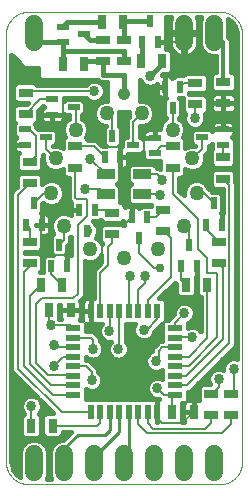
<source format=gtl>
G75*
%MOIN*%
%OFA0B0*%
%FSLAX25Y25*%
%IPPOS*%
%LPD*%
%AMOC8*
5,1,8,0,0,1.08239X$1,22.5*
%
%ADD10C,0.00000*%
%ADD11C,0.04961*%
%ADD12R,0.05000X0.02200*%
%ADD13R,0.02200X0.05000*%
%ADD14C,0.06000*%
%ADD15R,0.01969X0.03937*%
%ADD16R,0.03150X0.04724*%
%ADD17R,0.04724X0.03150*%
%ADD18R,0.03937X0.01969*%
%ADD19R,0.05906X0.03543*%
%ADD20C,0.04156*%
%ADD21C,0.01600*%
%ADD22C,0.00800*%
%ADD23C,0.03369*%
%ADD24C,0.01200*%
%ADD25C,0.01000*%
%ADD26C,0.02975*%
D10*
X0001800Y0009513D02*
X0001800Y0151994D01*
X0001802Y0152175D01*
X0001809Y0152356D01*
X0001820Y0152537D01*
X0001835Y0152718D01*
X0001855Y0152898D01*
X0001879Y0153078D01*
X0001907Y0153257D01*
X0001940Y0153435D01*
X0001977Y0153612D01*
X0002018Y0153789D01*
X0002063Y0153964D01*
X0002113Y0154139D01*
X0002167Y0154312D01*
X0002225Y0154483D01*
X0002287Y0154654D01*
X0002354Y0154822D01*
X0002424Y0154989D01*
X0002498Y0155155D01*
X0002577Y0155318D01*
X0002659Y0155479D01*
X0002745Y0155639D01*
X0002835Y0155796D01*
X0002929Y0155951D01*
X0003026Y0156104D01*
X0003128Y0156254D01*
X0003232Y0156402D01*
X0003341Y0156548D01*
X0003452Y0156690D01*
X0003568Y0156830D01*
X0003686Y0156967D01*
X0003808Y0157102D01*
X0003933Y0157233D01*
X0004061Y0157361D01*
X0004192Y0157486D01*
X0004327Y0157608D01*
X0004464Y0157726D01*
X0004604Y0157842D01*
X0004746Y0157953D01*
X0004892Y0158062D01*
X0005040Y0158166D01*
X0005190Y0158268D01*
X0005343Y0158365D01*
X0005498Y0158459D01*
X0005655Y0158549D01*
X0005815Y0158635D01*
X0005976Y0158717D01*
X0006139Y0158796D01*
X0006305Y0158870D01*
X0006472Y0158940D01*
X0006640Y0159007D01*
X0006811Y0159069D01*
X0006982Y0159127D01*
X0007155Y0159181D01*
X0007330Y0159231D01*
X0007505Y0159276D01*
X0007682Y0159317D01*
X0007859Y0159354D01*
X0008037Y0159387D01*
X0008216Y0159415D01*
X0008396Y0159439D01*
X0008576Y0159459D01*
X0008757Y0159474D01*
X0008938Y0159485D01*
X0009119Y0159492D01*
X0009300Y0159494D01*
X0073040Y0159494D01*
X0073221Y0159492D01*
X0073402Y0159485D01*
X0073583Y0159474D01*
X0073764Y0159459D01*
X0073944Y0159439D01*
X0074124Y0159415D01*
X0074303Y0159387D01*
X0074481Y0159354D01*
X0074658Y0159317D01*
X0074835Y0159276D01*
X0075010Y0159231D01*
X0075185Y0159181D01*
X0075358Y0159127D01*
X0075529Y0159069D01*
X0075700Y0159007D01*
X0075868Y0158940D01*
X0076035Y0158870D01*
X0076201Y0158796D01*
X0076364Y0158717D01*
X0076525Y0158635D01*
X0076685Y0158549D01*
X0076842Y0158459D01*
X0076997Y0158365D01*
X0077150Y0158268D01*
X0077300Y0158166D01*
X0077448Y0158062D01*
X0077594Y0157953D01*
X0077736Y0157842D01*
X0077876Y0157726D01*
X0078013Y0157608D01*
X0078148Y0157486D01*
X0078279Y0157361D01*
X0078407Y0157233D01*
X0078532Y0157102D01*
X0078654Y0156967D01*
X0078772Y0156830D01*
X0078888Y0156690D01*
X0078999Y0156548D01*
X0079108Y0156402D01*
X0079212Y0156254D01*
X0079314Y0156104D01*
X0079411Y0155951D01*
X0079505Y0155796D01*
X0079595Y0155639D01*
X0079681Y0155479D01*
X0079763Y0155318D01*
X0079842Y0155155D01*
X0079916Y0154989D01*
X0079986Y0154822D01*
X0080053Y0154654D01*
X0080115Y0154483D01*
X0080173Y0154312D01*
X0080227Y0154139D01*
X0080277Y0153964D01*
X0080322Y0153789D01*
X0080363Y0153612D01*
X0080400Y0153435D01*
X0080433Y0153257D01*
X0080461Y0153078D01*
X0080485Y0152898D01*
X0080505Y0152718D01*
X0080520Y0152537D01*
X0080531Y0152356D01*
X0080538Y0152175D01*
X0080540Y0151994D01*
X0080540Y0009513D01*
X0080538Y0009332D01*
X0080531Y0009151D01*
X0080520Y0008970D01*
X0080505Y0008789D01*
X0080485Y0008609D01*
X0080461Y0008429D01*
X0080433Y0008250D01*
X0080400Y0008072D01*
X0080363Y0007895D01*
X0080322Y0007718D01*
X0080277Y0007543D01*
X0080227Y0007368D01*
X0080173Y0007195D01*
X0080115Y0007024D01*
X0080053Y0006853D01*
X0079986Y0006685D01*
X0079916Y0006518D01*
X0079842Y0006352D01*
X0079763Y0006189D01*
X0079681Y0006028D01*
X0079595Y0005868D01*
X0079505Y0005711D01*
X0079411Y0005556D01*
X0079314Y0005403D01*
X0079212Y0005253D01*
X0079108Y0005105D01*
X0078999Y0004959D01*
X0078888Y0004817D01*
X0078772Y0004677D01*
X0078654Y0004540D01*
X0078532Y0004405D01*
X0078407Y0004274D01*
X0078279Y0004146D01*
X0078148Y0004021D01*
X0078013Y0003899D01*
X0077876Y0003781D01*
X0077736Y0003665D01*
X0077594Y0003554D01*
X0077448Y0003445D01*
X0077300Y0003341D01*
X0077150Y0003239D01*
X0076997Y0003142D01*
X0076842Y0003048D01*
X0076685Y0002958D01*
X0076525Y0002872D01*
X0076364Y0002790D01*
X0076201Y0002711D01*
X0076035Y0002637D01*
X0075868Y0002567D01*
X0075700Y0002500D01*
X0075529Y0002438D01*
X0075358Y0002380D01*
X0075185Y0002326D01*
X0075010Y0002276D01*
X0074835Y0002231D01*
X0074658Y0002190D01*
X0074481Y0002153D01*
X0074303Y0002120D01*
X0074124Y0002092D01*
X0073944Y0002068D01*
X0073764Y0002048D01*
X0073583Y0002033D01*
X0073402Y0002022D01*
X0073221Y0002015D01*
X0073040Y0002013D01*
X0009300Y0002013D01*
X0009119Y0002015D01*
X0008938Y0002022D01*
X0008757Y0002033D01*
X0008576Y0002048D01*
X0008396Y0002068D01*
X0008216Y0002092D01*
X0008037Y0002120D01*
X0007859Y0002153D01*
X0007682Y0002190D01*
X0007505Y0002231D01*
X0007330Y0002276D01*
X0007155Y0002326D01*
X0006982Y0002380D01*
X0006811Y0002438D01*
X0006640Y0002500D01*
X0006472Y0002567D01*
X0006305Y0002637D01*
X0006139Y0002711D01*
X0005976Y0002790D01*
X0005815Y0002872D01*
X0005655Y0002958D01*
X0005498Y0003048D01*
X0005343Y0003142D01*
X0005190Y0003239D01*
X0005040Y0003341D01*
X0004892Y0003445D01*
X0004746Y0003554D01*
X0004604Y0003665D01*
X0004464Y0003781D01*
X0004327Y0003899D01*
X0004192Y0004021D01*
X0004061Y0004146D01*
X0003933Y0004274D01*
X0003808Y0004405D01*
X0003686Y0004540D01*
X0003568Y0004677D01*
X0003452Y0004817D01*
X0003341Y0004959D01*
X0003232Y0005105D01*
X0003128Y0005253D01*
X0003026Y0005403D01*
X0002929Y0005556D01*
X0002835Y0005711D01*
X0002745Y0005868D01*
X0002659Y0006028D01*
X0002577Y0006189D01*
X0002498Y0006352D01*
X0002424Y0006518D01*
X0002354Y0006685D01*
X0002287Y0006853D01*
X0002225Y0007024D01*
X0002167Y0007195D01*
X0002113Y0007368D01*
X0002063Y0007543D01*
X0002018Y0007718D01*
X0001977Y0007895D01*
X0001940Y0008072D01*
X0001907Y0008250D01*
X0001879Y0008429D01*
X0001855Y0008609D01*
X0001835Y0008789D01*
X0001820Y0008970D01*
X0001809Y0009151D01*
X0001802Y0009332D01*
X0001800Y0009513D01*
D11*
X0029845Y0080360D03*
X0021114Y0088095D03*
X0016978Y0099001D03*
X0018384Y0110580D03*
X0025010Y0120180D03*
X0035338Y0125600D03*
X0047002Y0125600D03*
X0057330Y0120180D03*
X0063956Y0110580D03*
X0065362Y0099001D03*
X0061226Y0088095D03*
X0052495Y0080360D03*
X0041170Y0077569D03*
D12*
X0024270Y0053907D03*
X0024270Y0050757D03*
X0024270Y0047608D03*
X0024270Y0044458D03*
X0024270Y0041309D03*
X0024270Y0038159D03*
X0024270Y0035009D03*
X0024270Y0031860D03*
X0058070Y0031860D03*
X0058070Y0035009D03*
X0058070Y0038159D03*
X0058070Y0041309D03*
X0058070Y0044458D03*
X0058070Y0047608D03*
X0058070Y0050757D03*
X0058070Y0053907D03*
D13*
X0052194Y0059783D03*
X0049044Y0059783D03*
X0045894Y0059783D03*
X0042745Y0059783D03*
X0039595Y0059783D03*
X0036446Y0059783D03*
X0033296Y0059783D03*
X0030146Y0059783D03*
X0030146Y0025983D03*
X0033296Y0025983D03*
X0036446Y0025983D03*
X0039595Y0025983D03*
X0042745Y0025983D03*
X0045894Y0025983D03*
X0049044Y0025983D03*
X0052194Y0025983D03*
D14*
X0051170Y0012100D02*
X0051170Y0006100D01*
X0041170Y0006100D02*
X0041170Y0012100D01*
X0031170Y0012100D02*
X0031170Y0006100D01*
X0021170Y0006100D02*
X0021170Y0012100D01*
X0011170Y0012100D02*
X0011170Y0006100D01*
X0061170Y0006100D02*
X0061170Y0012100D01*
X0071170Y0012100D02*
X0071170Y0006100D01*
X0071170Y0149407D02*
X0071170Y0155407D01*
X0061170Y0155407D02*
X0061170Y0149407D01*
X0011170Y0149407D02*
X0011170Y0155407D01*
D15*
X0034741Y0110970D03*
X0037300Y0118057D03*
X0039859Y0110970D03*
X0031359Y0093557D03*
X0028800Y0086470D03*
X0026241Y0093557D03*
X0019517Y0081860D03*
X0022076Y0074773D03*
X0016957Y0074773D03*
X0013733Y0088553D03*
X0011174Y0095639D03*
X0008615Y0088553D03*
X0043741Y0091057D03*
X0046300Y0083970D03*
X0048859Y0091057D03*
X0060265Y0074773D03*
X0062824Y0081860D03*
X0065383Y0074773D03*
X0068607Y0088553D03*
X0071166Y0095639D03*
X0073725Y0088553D03*
X0057355Y0127470D03*
X0054796Y0134557D03*
X0059914Y0134557D03*
X0052359Y0149470D03*
X0049800Y0156557D03*
X0047241Y0149470D03*
D16*
X0046757Y0143013D03*
X0053843Y0143013D03*
X0040843Y0156013D03*
X0033757Y0156013D03*
X0027843Y0142013D03*
X0020757Y0142013D03*
X0020627Y0068521D03*
X0023343Y0060013D03*
X0016257Y0060013D03*
X0013540Y0068521D03*
X0010257Y0021513D03*
X0017343Y0021513D03*
X0057257Y0026013D03*
X0064343Y0026013D03*
X0061780Y0068506D03*
X0068867Y0068506D03*
D17*
X0072666Y0075773D03*
X0072666Y0082860D03*
X0074166Y0103832D03*
X0074166Y0110919D03*
X0074300Y0128970D03*
X0074300Y0136057D03*
X0064942Y0135801D03*
X0064942Y0128714D03*
X0057418Y0114643D03*
X0057418Y0107557D03*
X0054300Y0093557D03*
X0054300Y0086470D03*
X0037300Y0085470D03*
X0037300Y0092557D03*
X0024922Y0107557D03*
X0024922Y0114643D03*
X0034300Y0142970D03*
X0034300Y0150057D03*
X0041300Y0150057D03*
X0041300Y0142970D03*
X0009674Y0109419D03*
X0009674Y0102332D03*
X0009674Y0082860D03*
X0009674Y0075773D03*
X0008442Y0125466D03*
X0008442Y0132553D03*
X0070300Y0032057D03*
X0070300Y0024970D03*
X0076800Y0024970D03*
X0076800Y0032057D03*
D18*
X0051343Y0112454D03*
X0051343Y0117572D03*
X0044257Y0115013D03*
X0027843Y0152013D03*
X0020757Y0149454D03*
X0020757Y0154572D03*
X0017257Y0130257D03*
X0017257Y0125139D03*
X0015186Y0117687D03*
X0008099Y0120246D03*
X0008099Y0115128D03*
X0024343Y0127698D03*
X0067154Y0117687D03*
X0074241Y0120246D03*
X0074241Y0115128D03*
D19*
X0047272Y0105285D03*
X0047272Y0098592D03*
X0035068Y0098592D03*
X0035068Y0105285D03*
D20*
X0041300Y0132013D03*
D21*
X0004221Y0006926D02*
X0005269Y0005483D01*
X0006644Y0004484D01*
X0006370Y0005145D01*
X0006370Y0013055D01*
X0007101Y0014819D01*
X0008451Y0016169D01*
X0010215Y0016900D01*
X0012125Y0016900D01*
X0013889Y0016169D01*
X0015239Y0014819D01*
X0015970Y0013055D01*
X0015970Y0005145D01*
X0015418Y0003813D01*
X0016922Y0003813D01*
X0016370Y0005145D01*
X0016370Y0013055D01*
X0017101Y0014819D01*
X0018451Y0016169D01*
X0020215Y0016900D01*
X0020934Y0016900D01*
X0023347Y0019313D01*
X0020718Y0019313D01*
X0020718Y0018406D01*
X0019664Y0017351D01*
X0015023Y0017351D01*
X0013969Y0018406D01*
X0013969Y0024621D01*
X0015023Y0025676D01*
X0017527Y0025676D01*
X0013281Y0029921D01*
X0013784Y0028706D01*
X0013784Y0027320D01*
X0013254Y0026040D01*
X0012733Y0025519D01*
X0013631Y0024621D01*
X0013631Y0018406D01*
X0012577Y0017351D01*
X0007936Y0017351D01*
X0006882Y0018406D01*
X0006882Y0024621D01*
X0007823Y0025563D01*
X0007346Y0026040D01*
X0006816Y0027320D01*
X0006816Y0028706D01*
X0007346Y0029987D01*
X0008326Y0030967D01*
X0009607Y0031498D01*
X0010993Y0031498D01*
X0012208Y0030995D01*
X0003600Y0039602D01*
X0003600Y0099370D01*
X0004889Y0100658D01*
X0005512Y0101281D01*
X0005512Y0104653D01*
X0006566Y0105707D01*
X0012782Y0105707D01*
X0013836Y0104653D01*
X0013836Y0101913D01*
X0014553Y0102630D01*
X0016127Y0103281D01*
X0017829Y0103281D01*
X0019403Y0102630D01*
X0020607Y0101426D01*
X0021258Y0099853D01*
X0021258Y0098150D01*
X0020607Y0096577D01*
X0019403Y0095373D01*
X0017829Y0094721D01*
X0016127Y0094721D01*
X0014553Y0095373D01*
X0014286Y0095640D01*
X0013958Y0095312D01*
X0013958Y0092925D01*
X0013354Y0092321D01*
X0013733Y0092321D01*
X0013733Y0088553D01*
X0013733Y0088553D01*
X0013733Y0092321D01*
X0014954Y0092321D01*
X0015412Y0092199D01*
X0015823Y0091962D01*
X0016158Y0091626D01*
X0016395Y0091216D01*
X0016517Y0090758D01*
X0016517Y0088553D01*
X0013733Y0088553D01*
X0011726Y0088553D01*
X0011726Y0088553D01*
X0013733Y0088553D01*
X0013733Y0088553D01*
X0013733Y0088553D01*
X0016517Y0088553D01*
X0016517Y0086347D01*
X0016395Y0085889D01*
X0016158Y0085479D01*
X0015823Y0085144D01*
X0015412Y0084907D01*
X0014954Y0084784D01*
X0013836Y0084784D01*
X0013836Y0080539D01*
X0012782Y0079485D01*
X0008000Y0079485D01*
X0008000Y0079148D01*
X0012782Y0079148D01*
X0013836Y0078094D01*
X0013836Y0073453D01*
X0013067Y0072683D01*
X0014173Y0072683D01*
X0014173Y0077487D01*
X0015228Y0078542D01*
X0017336Y0078542D01*
X0016732Y0079146D01*
X0016732Y0084574D01*
X0017657Y0085499D01*
X0017485Y0085670D01*
X0016834Y0087243D01*
X0016834Y0088946D01*
X0017485Y0090519D01*
X0018690Y0091724D01*
X0020263Y0092375D01*
X0021966Y0092375D01*
X0023457Y0091758D01*
X0023457Y0093557D01*
X0026241Y0093557D01*
X0026241Y0093557D01*
X0023457Y0093557D01*
X0023457Y0095762D01*
X0023479Y0095845D01*
X0022722Y0096602D01*
X0022722Y0104182D01*
X0021814Y0104182D01*
X0020760Y0105236D01*
X0020760Y0106932D01*
X0019235Y0106300D01*
X0017532Y0106300D01*
X0015959Y0106952D01*
X0014755Y0108156D01*
X0014104Y0109729D01*
X0014104Y0111432D01*
X0014197Y0111656D01*
X0014000Y0111853D01*
X0014000Y0110634D01*
X0013836Y0110470D01*
X0013836Y0107098D01*
X0012782Y0106044D01*
X0006566Y0106044D01*
X0005512Y0107098D01*
X0005512Y0111739D01*
X0006116Y0112343D01*
X0005894Y0112343D01*
X0005436Y0112466D01*
X0005025Y0112703D01*
X0004690Y0113038D01*
X0004453Y0113449D01*
X0004331Y0113906D01*
X0004331Y0115127D01*
X0008099Y0115127D01*
X0008099Y0115128D01*
X0004331Y0115128D01*
X0004331Y0116349D01*
X0004453Y0116807D01*
X0004690Y0117217D01*
X0005025Y0117552D01*
X0005196Y0117651D01*
X0004331Y0118516D01*
X0004331Y0121976D01*
X0004890Y0122535D01*
X0004280Y0123146D01*
X0004280Y0127787D01*
X0005334Y0128841D01*
X0008705Y0128841D01*
X0009042Y0129178D01*
X0005334Y0129178D01*
X0004280Y0130232D01*
X0004280Y0134873D01*
X0005334Y0135928D01*
X0011550Y0135928D01*
X0012264Y0135213D01*
X0028573Y0135213D01*
X0029326Y0135967D01*
X0030607Y0136498D01*
X0031993Y0136498D01*
X0033274Y0135967D01*
X0034254Y0134987D01*
X0034784Y0133706D01*
X0034784Y0132320D01*
X0034254Y0131040D01*
X0033274Y0130060D01*
X0031993Y0129529D01*
X0030607Y0129529D01*
X0029326Y0130060D01*
X0028573Y0130813D01*
X0021025Y0130813D01*
X0021025Y0129879D01*
X0021629Y0130483D01*
X0027057Y0130483D01*
X0028112Y0129428D01*
X0028112Y0125969D01*
X0027210Y0125067D01*
X0027210Y0123901D01*
X0027434Y0123808D01*
X0028639Y0122604D01*
X0029290Y0121031D01*
X0029290Y0119328D01*
X0028639Y0117755D01*
X0028466Y0117582D01*
X0029084Y0116964D01*
X0029084Y0116843D01*
X0031979Y0116843D01*
X0033268Y0115555D01*
X0034084Y0114739D01*
X0035120Y0114739D01*
X0034516Y0115343D01*
X0034516Y0120771D01*
X0035065Y0121320D01*
X0034487Y0121320D01*
X0032914Y0121972D01*
X0031710Y0123176D01*
X0031058Y0124749D01*
X0031058Y0126452D01*
X0031710Y0128025D01*
X0032914Y0129229D01*
X0034487Y0129881D01*
X0035500Y0129881D01*
X0035500Y0135913D01*
X0033783Y0135913D01*
X0032827Y0136309D01*
X0032423Y0136713D01*
X0013554Y0136713D01*
X0012500Y0137768D01*
X0012500Y0140813D01*
X0007889Y0140813D01*
X0004389Y0144313D01*
X0003600Y0145102D01*
X0003600Y0009513D01*
X0003670Y0008622D01*
X0004221Y0006926D01*
X0004306Y0006809D02*
X0006370Y0006809D01*
X0006370Y0008407D02*
X0003740Y0008407D01*
X0003600Y0010006D02*
X0006370Y0010006D01*
X0006370Y0011604D02*
X0003600Y0011604D01*
X0003600Y0013203D02*
X0006431Y0013203D01*
X0007094Y0014801D02*
X0003600Y0014801D01*
X0003600Y0016400D02*
X0009008Y0016400D01*
X0007289Y0017998D02*
X0003600Y0017998D01*
X0003600Y0019597D02*
X0006882Y0019597D01*
X0006882Y0021196D02*
X0003600Y0021196D01*
X0003600Y0022794D02*
X0006882Y0022794D01*
X0006882Y0024393D02*
X0003600Y0024393D01*
X0003600Y0025991D02*
X0007395Y0025991D01*
X0006816Y0027590D02*
X0003600Y0027590D01*
X0003600Y0029188D02*
X0007015Y0029188D01*
X0008146Y0030787D02*
X0003600Y0030787D01*
X0003600Y0032385D02*
X0010817Y0032385D01*
X0009218Y0033984D02*
X0003600Y0033984D01*
X0003600Y0035582D02*
X0007620Y0035582D01*
X0006021Y0037181D02*
X0003600Y0037181D01*
X0003600Y0038779D02*
X0004423Y0038779D01*
X0003600Y0040378D02*
X0003600Y0040378D01*
X0003600Y0041976D02*
X0003600Y0041976D01*
X0003600Y0043575D02*
X0003600Y0043575D01*
X0003600Y0045173D02*
X0003600Y0045173D01*
X0003600Y0046772D02*
X0003600Y0046772D01*
X0003600Y0048370D02*
X0003600Y0048370D01*
X0003600Y0049969D02*
X0003600Y0049969D01*
X0003600Y0051567D02*
X0003600Y0051567D01*
X0003600Y0053166D02*
X0003600Y0053166D01*
X0003600Y0054764D02*
X0003600Y0054764D01*
X0003600Y0056363D02*
X0003600Y0056363D01*
X0003600Y0057961D02*
X0003600Y0057961D01*
X0003600Y0059560D02*
X0003600Y0059560D01*
X0003600Y0061158D02*
X0003600Y0061158D01*
X0003600Y0062757D02*
X0003600Y0062757D01*
X0003600Y0064355D02*
X0003600Y0064355D01*
X0003600Y0065954D02*
X0003600Y0065954D01*
X0003600Y0067552D02*
X0003600Y0067552D01*
X0003600Y0069151D02*
X0003600Y0069151D01*
X0003600Y0070749D02*
X0003600Y0070749D01*
X0003600Y0072348D02*
X0003600Y0072348D01*
X0003600Y0073946D02*
X0003600Y0073946D01*
X0003600Y0075545D02*
X0003600Y0075545D01*
X0003600Y0077143D02*
X0003600Y0077143D01*
X0003600Y0078742D02*
X0003600Y0078742D01*
X0003600Y0080340D02*
X0003600Y0080340D01*
X0003600Y0081939D02*
X0003600Y0081939D01*
X0003600Y0083537D02*
X0003600Y0083537D01*
X0003600Y0085136D02*
X0003600Y0085136D01*
X0003600Y0086734D02*
X0003600Y0086734D01*
X0003600Y0088333D02*
X0003600Y0088333D01*
X0003600Y0089932D02*
X0003600Y0089932D01*
X0003600Y0091530D02*
X0003600Y0091530D01*
X0003600Y0093129D02*
X0003600Y0093129D01*
X0003600Y0094727D02*
X0003600Y0094727D01*
X0003600Y0096326D02*
X0003600Y0096326D01*
X0003600Y0097924D02*
X0003600Y0097924D01*
X0003600Y0099523D02*
X0003753Y0099523D01*
X0003600Y0101121D02*
X0005352Y0101121D01*
X0005512Y0102720D02*
X0003600Y0102720D01*
X0003600Y0104318D02*
X0005512Y0104318D01*
X0003600Y0105917D02*
X0020760Y0105917D01*
X0021678Y0104318D02*
X0013836Y0104318D01*
X0013836Y0102720D02*
X0014770Y0102720D01*
X0015396Y0107515D02*
X0013836Y0107515D01*
X0013836Y0109114D02*
X0014358Y0109114D01*
X0014104Y0110712D02*
X0014000Y0110712D01*
X0017386Y0114800D02*
X0017386Y0114902D01*
X0017900Y0114902D01*
X0018954Y0115957D01*
X0018954Y0119416D01*
X0017900Y0120471D01*
X0012472Y0120471D01*
X0012463Y0120462D01*
X0011868Y0121057D01*
X0011868Y0121976D01*
X0011651Y0122193D01*
X0012604Y0123146D01*
X0012604Y0126517D01*
X0014051Y0127964D01*
X0014353Y0127662D01*
X0014183Y0127564D01*
X0013848Y0127229D01*
X0013611Y0126818D01*
X0013488Y0126361D01*
X0013488Y0125139D01*
X0013488Y0123918D01*
X0013611Y0123460D01*
X0013848Y0123050D01*
X0014183Y0122715D01*
X0014593Y0122478D01*
X0015051Y0122355D01*
X0017257Y0122355D01*
X0019462Y0122355D01*
X0019920Y0122478D01*
X0020330Y0122715D01*
X0020666Y0123050D01*
X0020903Y0123460D01*
X0021025Y0123918D01*
X0021025Y0125139D01*
X0017257Y0125139D01*
X0017257Y0125139D01*
X0017257Y0122355D01*
X0017257Y0125139D01*
X0017257Y0125139D01*
X0021025Y0125139D01*
X0021025Y0125518D01*
X0021629Y0124914D01*
X0022810Y0124914D01*
X0022810Y0123901D01*
X0022585Y0123808D01*
X0021381Y0122604D01*
X0020730Y0121031D01*
X0020730Y0119328D01*
X0021381Y0117755D01*
X0021466Y0117670D01*
X0020760Y0116964D01*
X0020760Y0114229D01*
X0019235Y0114861D01*
X0017532Y0114861D01*
X0017386Y0114800D01*
X0018505Y0115508D02*
X0020760Y0115508D01*
X0020902Y0117106D02*
X0018954Y0117106D01*
X0018954Y0118705D02*
X0020988Y0118705D01*
X0020730Y0120303D02*
X0018068Y0120303D01*
X0017257Y0123500D02*
X0017257Y0123500D01*
X0017257Y0125099D02*
X0017257Y0125099D01*
X0017257Y0125139D02*
X0013488Y0125139D01*
X0017257Y0125139D01*
X0017257Y0125139D01*
X0013488Y0125099D02*
X0012604Y0125099D01*
X0012604Y0123500D02*
X0013600Y0123500D01*
X0011868Y0121902D02*
X0021090Y0121902D01*
X0020913Y0123500D02*
X0022277Y0123500D01*
X0021445Y0125099D02*
X0021025Y0125099D01*
X0021025Y0129894D02*
X0021041Y0129894D01*
X0027242Y0125099D02*
X0031058Y0125099D01*
X0031160Y0126697D02*
X0028112Y0126697D01*
X0028112Y0128296D02*
X0031980Y0128296D01*
X0032875Y0129894D02*
X0035500Y0129894D01*
X0035500Y0131493D02*
X0034441Y0131493D01*
X0034784Y0133091D02*
X0035500Y0133091D01*
X0035500Y0134690D02*
X0034377Y0134690D01*
X0032878Y0136288D02*
X0032498Y0136288D01*
X0034300Y0138513D02*
X0041300Y0138513D01*
X0041300Y0132013D01*
X0042722Y0126213D02*
X0039618Y0126213D01*
X0039618Y0124749D01*
X0039500Y0124463D01*
X0039500Y0121355D01*
X0040084Y0120771D01*
X0040084Y0115343D01*
X0039480Y0114739D01*
X0039859Y0114739D01*
X0039859Y0110970D01*
X0039859Y0110970D01*
X0039859Y0107202D01*
X0041080Y0107202D01*
X0041538Y0107324D01*
X0041949Y0107561D01*
X0042284Y0107896D01*
X0042521Y0108307D01*
X0042643Y0108765D01*
X0042643Y0110970D01*
X0039859Y0110970D01*
X0039859Y0107202D01*
X0039820Y0107202D01*
X0039820Y0102768D01*
X0038991Y0101939D01*
X0039820Y0101109D01*
X0039820Y0096075D01*
X0039677Y0095931D01*
X0040408Y0095931D01*
X0041462Y0094877D01*
X0041462Y0094276D01*
X0041651Y0094466D01*
X0042062Y0094703D01*
X0042520Y0094825D01*
X0043741Y0094825D01*
X0043741Y0091057D01*
X0043741Y0091057D01*
X0043741Y0094825D01*
X0044962Y0094825D01*
X0045420Y0094703D01*
X0045830Y0094466D01*
X0046166Y0094130D01*
X0046264Y0093960D01*
X0047129Y0094825D01*
X0050138Y0094825D01*
X0050138Y0095020D01*
X0043574Y0095020D01*
X0042520Y0096075D01*
X0042520Y0101109D01*
X0043349Y0101939D01*
X0042520Y0102768D01*
X0042520Y0107802D01*
X0043574Y0108857D01*
X0050971Y0108857D01*
X0052025Y0107802D01*
X0052025Y0107485D01*
X0052940Y0107485D01*
X0053256Y0107169D01*
X0053256Y0109670D01*
X0048629Y0109670D01*
X0047575Y0110724D01*
X0047575Y0112833D01*
X0046971Y0112229D01*
X0042643Y0112229D01*
X0042643Y0110970D01*
X0039859Y0110970D01*
X0039859Y0110970D01*
X0039859Y0110970D01*
X0039859Y0114739D01*
X0040488Y0114739D01*
X0040488Y0116743D01*
X0041543Y0117798D01*
X0042057Y0117798D01*
X0042057Y0123766D01*
X0042815Y0124524D01*
X0042722Y0124749D01*
X0042722Y0126213D01*
X0042722Y0125099D02*
X0039618Y0125099D01*
X0039500Y0123500D02*
X0042057Y0123500D01*
X0042057Y0121902D02*
X0039500Y0121902D01*
X0040084Y0120303D02*
X0042057Y0120303D01*
X0042057Y0118705D02*
X0040084Y0118705D01*
X0040084Y0117106D02*
X0040851Y0117106D01*
X0040488Y0115508D02*
X0040084Y0115508D01*
X0039859Y0113909D02*
X0039859Y0113909D01*
X0039859Y0112311D02*
X0039859Y0112311D01*
X0039859Y0110712D02*
X0039859Y0110712D01*
X0039859Y0109114D02*
X0039859Y0109114D01*
X0039859Y0107515D02*
X0039859Y0107515D01*
X0039820Y0105917D02*
X0042520Y0105917D01*
X0042520Y0107515D02*
X0041869Y0107515D01*
X0042643Y0109114D02*
X0053256Y0109114D01*
X0053256Y0107515D02*
X0052025Y0107515D01*
X0047587Y0110712D02*
X0042643Y0110712D01*
X0042520Y0104318D02*
X0039820Y0104318D01*
X0039772Y0102720D02*
X0042568Y0102720D01*
X0042531Y0101121D02*
X0039809Y0101121D01*
X0039820Y0099523D02*
X0042520Y0099523D01*
X0042520Y0097924D02*
X0039820Y0097924D01*
X0039820Y0096326D02*
X0042520Y0096326D01*
X0042153Y0094727D02*
X0041462Y0094727D01*
X0043741Y0094727D02*
X0043741Y0094727D01*
X0043741Y0093129D02*
X0043741Y0093129D01*
X0043741Y0091530D02*
X0043741Y0091530D01*
X0045328Y0094727D02*
X0047031Y0094727D01*
X0040957Y0089731D02*
X0040957Y0088851D01*
X0041079Y0088393D01*
X0041126Y0088313D01*
X0040939Y0088313D01*
X0040408Y0088845D01*
X0034192Y0088845D01*
X0033138Y0087790D01*
X0033138Y0083150D01*
X0033981Y0082306D01*
X0033763Y0082087D01*
X0033474Y0082785D01*
X0032269Y0083989D01*
X0031703Y0084224D01*
X0032087Y0084608D01*
X0032587Y0085816D01*
X0032587Y0087124D01*
X0032087Y0088332D01*
X0031584Y0088835D01*
X0031584Y0089184D01*
X0030980Y0089788D01*
X0033089Y0089788D01*
X0033337Y0090037D01*
X0034192Y0089182D01*
X0040408Y0089182D01*
X0040957Y0089731D01*
X0040920Y0088333D02*
X0041114Y0088333D01*
X0033680Y0088333D02*
X0032086Y0088333D01*
X0032587Y0086734D02*
X0033138Y0086734D01*
X0033138Y0085136D02*
X0032306Y0085136D01*
X0032721Y0083537D02*
X0033138Y0083537D01*
X0033600Y0078241D02*
X0033600Y0075925D01*
X0032389Y0074713D01*
X0031100Y0073425D01*
X0031100Y0064083D01*
X0030147Y0064083D01*
X0030147Y0059784D01*
X0030146Y0059784D01*
X0030146Y0064083D01*
X0028809Y0064083D01*
X0028352Y0063961D01*
X0027941Y0063724D01*
X0027606Y0063389D01*
X0027369Y0062978D01*
X0027246Y0062520D01*
X0027246Y0059784D01*
X0030146Y0059784D01*
X0030146Y0059783D01*
X0027246Y0059783D01*
X0027246Y0057046D01*
X0027311Y0056807D01*
X0026509Y0056807D01*
X0026595Y0056956D01*
X0026718Y0057414D01*
X0026718Y0060013D01*
X0023343Y0060013D01*
X0019969Y0060013D01*
X0019969Y0057414D01*
X0020022Y0057213D01*
X0019631Y0057213D01*
X0019631Y0061813D01*
X0019969Y0061813D01*
X0019968Y0060013D01*
X0023343Y0060013D01*
X0023343Y0060013D01*
X0023343Y0060013D01*
X0026718Y0060013D01*
X0026718Y0062613D01*
X0026595Y0063070D01*
X0026549Y0063151D01*
X0026711Y0063313D01*
X0028000Y0064602D01*
X0028000Y0076491D01*
X0028993Y0076080D01*
X0030696Y0076080D01*
X0032269Y0076732D01*
X0033474Y0077936D01*
X0033600Y0078241D01*
X0033600Y0077143D02*
X0032681Y0077143D01*
X0033220Y0075545D02*
X0028000Y0075545D01*
X0028000Y0073946D02*
X0031622Y0073946D01*
X0031100Y0072348D02*
X0028000Y0072348D01*
X0028000Y0070749D02*
X0031100Y0070749D01*
X0031100Y0069151D02*
X0028000Y0069151D01*
X0028000Y0067552D02*
X0031100Y0067552D01*
X0031100Y0065954D02*
X0028000Y0065954D01*
X0027753Y0064355D02*
X0031100Y0064355D01*
X0030147Y0062757D02*
X0030146Y0062757D01*
X0030146Y0061158D02*
X0030147Y0061158D01*
X0030147Y0059783D02*
X0030147Y0055483D01*
X0033843Y0055483D01*
X0033346Y0054987D01*
X0032816Y0053706D01*
X0032816Y0052320D01*
X0033346Y0051040D01*
X0034326Y0050060D01*
X0035607Y0049529D01*
X0036888Y0049529D01*
X0036346Y0048987D01*
X0035816Y0047706D01*
X0035816Y0046320D01*
X0036346Y0045040D01*
X0037326Y0044060D01*
X0038607Y0043529D01*
X0039993Y0043529D01*
X0041274Y0044060D01*
X0042254Y0045040D01*
X0042784Y0046320D01*
X0042784Y0047706D01*
X0042254Y0048987D01*
X0041795Y0049446D01*
X0041795Y0055483D01*
X0044845Y0055483D01*
X0044316Y0054206D01*
X0044316Y0052820D01*
X0044846Y0051540D01*
X0045826Y0050560D01*
X0047107Y0050029D01*
X0048493Y0050029D01*
X0049774Y0050560D01*
X0050754Y0051540D01*
X0051284Y0052820D01*
X0051284Y0052886D01*
X0053770Y0055372D01*
X0053770Y0049808D01*
X0052983Y0049808D01*
X0051694Y0048519D01*
X0050600Y0047425D01*
X0050600Y0046288D01*
X0049826Y0045967D01*
X0048846Y0044987D01*
X0048316Y0043706D01*
X0048316Y0042320D01*
X0048846Y0041040D01*
X0049826Y0040060D01*
X0051107Y0039529D01*
X0052493Y0039529D01*
X0053770Y0040058D01*
X0053770Y0037176D01*
X0052993Y0037498D01*
X0051607Y0037498D01*
X0050326Y0036967D01*
X0049346Y0035987D01*
X0048816Y0034706D01*
X0048816Y0033320D01*
X0049346Y0032040D01*
X0050326Y0031060D01*
X0051607Y0030529D01*
X0052673Y0030529D01*
X0052919Y0030283D01*
X0052194Y0030283D01*
X0052194Y0025984D01*
X0052194Y0025984D01*
X0052194Y0030283D01*
X0028570Y0030283D01*
X0028570Y0033600D01*
X0029707Y0033129D01*
X0031093Y0033129D01*
X0032374Y0033660D01*
X0033354Y0034640D01*
X0033884Y0035920D01*
X0033884Y0037306D01*
X0033354Y0038587D01*
X0032600Y0039341D01*
X0032600Y0040325D01*
X0031311Y0041613D01*
X0029416Y0043509D01*
X0028570Y0043509D01*
X0028570Y0044316D01*
X0028826Y0044060D01*
X0030107Y0043529D01*
X0031493Y0043529D01*
X0032774Y0044060D01*
X0033754Y0045040D01*
X0034284Y0046320D01*
X0034284Y0047706D01*
X0033754Y0048987D01*
X0033000Y0049741D01*
X0033000Y0050925D01*
X0031711Y0052213D01*
X0030967Y0052957D01*
X0028570Y0052957D01*
X0028570Y0055548D01*
X0028809Y0055483D01*
X0030146Y0055483D01*
X0030146Y0059783D01*
X0030147Y0059783D01*
X0030146Y0059560D02*
X0030147Y0059560D01*
X0030146Y0057961D02*
X0030147Y0057961D01*
X0030146Y0056363D02*
X0030147Y0056363D01*
X0028570Y0054764D02*
X0033254Y0054764D01*
X0032816Y0053166D02*
X0028570Y0053166D01*
X0027246Y0057961D02*
X0026718Y0057961D01*
X0026718Y0059560D02*
X0027246Y0059560D01*
X0027246Y0061158D02*
X0026718Y0061158D01*
X0026679Y0062757D02*
X0027310Y0062757D01*
X0032357Y0051567D02*
X0033128Y0051567D01*
X0033000Y0049969D02*
X0034546Y0049969D01*
X0034009Y0048370D02*
X0036091Y0048370D01*
X0035816Y0046772D02*
X0034284Y0046772D01*
X0033809Y0045173D02*
X0036291Y0045173D01*
X0038497Y0043575D02*
X0031603Y0043575D01*
X0030948Y0041976D02*
X0048458Y0041976D01*
X0048316Y0043575D02*
X0040103Y0043575D01*
X0042309Y0045173D02*
X0049032Y0045173D01*
X0050600Y0046772D02*
X0042784Y0046772D01*
X0042509Y0048370D02*
X0051546Y0048370D01*
X0051694Y0048519D02*
X0051694Y0048519D01*
X0050765Y0051567D02*
X0053770Y0051567D01*
X0053770Y0049969D02*
X0041795Y0049969D01*
X0041795Y0051567D02*
X0044835Y0051567D01*
X0044316Y0053166D02*
X0041795Y0053166D01*
X0041795Y0054764D02*
X0044547Y0054764D01*
X0049508Y0040378D02*
X0032547Y0040378D01*
X0033162Y0038779D02*
X0053770Y0038779D01*
X0053758Y0037181D02*
X0053770Y0037181D01*
X0050842Y0037181D02*
X0033884Y0037181D01*
X0033744Y0035582D02*
X0049178Y0035582D01*
X0048816Y0033984D02*
X0032698Y0033984D01*
X0028570Y0032385D02*
X0049203Y0032385D01*
X0050985Y0030787D02*
X0028570Y0030787D01*
X0028570Y0043575D02*
X0029997Y0043575D01*
X0019969Y0057961D02*
X0019631Y0057961D01*
X0019631Y0059560D02*
X0019969Y0059560D01*
X0019969Y0061158D02*
X0019631Y0061158D01*
X0014173Y0073946D02*
X0013836Y0073946D01*
X0013836Y0075545D02*
X0014173Y0075545D01*
X0014173Y0077143D02*
X0013836Y0077143D01*
X0013188Y0078742D02*
X0017136Y0078742D01*
X0016732Y0080340D02*
X0013637Y0080340D01*
X0013836Y0081939D02*
X0016732Y0081939D01*
X0016732Y0083537D02*
X0013836Y0083537D01*
X0015809Y0085136D02*
X0017294Y0085136D01*
X0017045Y0086734D02*
X0016517Y0086734D01*
X0016517Y0088333D02*
X0016834Y0088333D01*
X0016517Y0089932D02*
X0017242Y0089932D01*
X0016213Y0091530D02*
X0018496Y0091530D01*
X0017844Y0094727D02*
X0023457Y0094727D01*
X0023457Y0093129D02*
X0013958Y0093129D01*
X0013958Y0094727D02*
X0016112Y0094727D01*
X0013733Y0091530D02*
X0013733Y0091530D01*
X0013733Y0089932D02*
X0013733Y0089932D01*
X0020356Y0096326D02*
X0022999Y0096326D01*
X0022722Y0097924D02*
X0021165Y0097924D01*
X0021258Y0099523D02*
X0022722Y0099523D01*
X0022722Y0101121D02*
X0020733Y0101121D01*
X0019186Y0102720D02*
X0022722Y0102720D01*
X0028942Y0117106D02*
X0034516Y0117106D01*
X0034516Y0115508D02*
X0033315Y0115508D01*
X0034516Y0118705D02*
X0029032Y0118705D01*
X0029290Y0120303D02*
X0034516Y0120303D01*
X0033083Y0121902D02*
X0028929Y0121902D01*
X0027742Y0123500D02*
X0031575Y0123500D01*
X0029725Y0129894D02*
X0027646Y0129894D01*
X0030102Y0136288D02*
X0003600Y0136288D01*
X0003600Y0134690D02*
X0004280Y0134690D01*
X0004280Y0133091D02*
X0003600Y0133091D01*
X0003600Y0131493D02*
X0004280Y0131493D01*
X0004618Y0129894D02*
X0003600Y0129894D01*
X0003600Y0128296D02*
X0004789Y0128296D01*
X0004280Y0126697D02*
X0003600Y0126697D01*
X0003600Y0125099D02*
X0004280Y0125099D01*
X0004280Y0123500D02*
X0003600Y0123500D01*
X0003600Y0121902D02*
X0004331Y0121902D01*
X0004331Y0120303D02*
X0003600Y0120303D01*
X0003600Y0118705D02*
X0004331Y0118705D01*
X0004626Y0117106D02*
X0003600Y0117106D01*
X0003600Y0115508D02*
X0004331Y0115508D01*
X0004331Y0113909D02*
X0003600Y0113909D01*
X0003600Y0112311D02*
X0006083Y0112311D01*
X0005512Y0110712D02*
X0003600Y0110712D01*
X0003600Y0109114D02*
X0005512Y0109114D01*
X0005512Y0107515D02*
X0003600Y0107515D01*
X0012784Y0126697D02*
X0013578Y0126697D01*
X0012500Y0137887D02*
X0003600Y0137887D01*
X0003600Y0139485D02*
X0012500Y0139485D01*
X0007618Y0141084D02*
X0003600Y0141084D01*
X0003600Y0142682D02*
X0006020Y0142682D01*
X0004421Y0144281D02*
X0003600Y0144281D01*
X0011170Y0150635D02*
X0012351Y0149454D01*
X0020757Y0149454D01*
X0020757Y0146513D01*
X0041300Y0146513D01*
X0041300Y0142970D01*
X0041300Y0150057D02*
X0041300Y0155557D01*
X0040843Y0156013D01*
X0041387Y0156557D01*
X0049800Y0156557D01*
X0047241Y0149470D02*
X0047241Y0143498D01*
X0046757Y0143013D01*
X0049800Y0138013D02*
X0053843Y0142057D01*
X0053843Y0143013D01*
X0054315Y0138851D02*
X0053789Y0138325D01*
X0054796Y0138325D01*
X0054796Y0134557D01*
X0054796Y0134557D01*
X0054796Y0138325D01*
X0056017Y0138325D01*
X0056475Y0138203D01*
X0056886Y0137966D01*
X0057221Y0137630D01*
X0057319Y0137460D01*
X0058184Y0138325D01*
X0060984Y0138325D01*
X0061834Y0139176D01*
X0068050Y0139176D01*
X0069104Y0138121D01*
X0069104Y0133480D01*
X0068050Y0132426D01*
X0062698Y0132426D01*
X0062698Y0132089D01*
X0068050Y0132089D01*
X0069104Y0131035D01*
X0069104Y0126394D01*
X0068050Y0125339D01*
X0068022Y0125339D01*
X0068284Y0124706D01*
X0068284Y0123320D01*
X0067754Y0122040D01*
X0066774Y0121060D01*
X0065493Y0120529D01*
X0064107Y0120529D01*
X0062826Y0121060D01*
X0061846Y0122040D01*
X0061316Y0123320D01*
X0061316Y0124706D01*
X0061653Y0125520D01*
X0060780Y0126394D01*
X0060780Y0130788D01*
X0059535Y0130788D01*
X0060139Y0130184D01*
X0060139Y0124756D01*
X0059555Y0124172D01*
X0059555Y0123891D01*
X0059755Y0123808D01*
X0060959Y0122604D01*
X0061611Y0121031D01*
X0061611Y0119328D01*
X0060959Y0117755D01*
X0060874Y0117670D01*
X0061580Y0116964D01*
X0061580Y0114229D01*
X0063105Y0114861D01*
X0064808Y0114861D01*
X0064954Y0114800D01*
X0064954Y0114902D01*
X0064440Y0114902D01*
X0063386Y0115957D01*
X0063386Y0119416D01*
X0064440Y0120471D01*
X0069868Y0120471D01*
X0070472Y0119867D01*
X0070472Y0120246D01*
X0074241Y0120246D01*
X0074241Y0120246D01*
X0074241Y0123030D01*
X0076446Y0123030D01*
X0076904Y0122907D01*
X0077315Y0122670D01*
X0077650Y0122335D01*
X0077887Y0121925D01*
X0078009Y0121467D01*
X0078009Y0120246D01*
X0074241Y0120246D01*
X0074241Y0123030D01*
X0072035Y0123030D01*
X0071578Y0122907D01*
X0071167Y0122670D01*
X0070832Y0122335D01*
X0070595Y0121925D01*
X0070472Y0121467D01*
X0070472Y0120246D01*
X0074241Y0120246D01*
X0074241Y0120246D01*
X0074241Y0120246D01*
X0078009Y0120246D01*
X0078009Y0119024D01*
X0077887Y0118567D01*
X0077650Y0118156D01*
X0077315Y0117821D01*
X0077144Y0117723D01*
X0078009Y0116857D01*
X0078009Y0113558D01*
X0078328Y0113239D01*
X0078328Y0108598D01*
X0077274Y0107544D01*
X0071058Y0107544D01*
X0070004Y0108598D01*
X0070004Y0113239D01*
X0070472Y0113708D01*
X0070472Y0115506D01*
X0069868Y0114902D01*
X0069354Y0114902D01*
X0069354Y0112867D01*
X0068144Y0111656D01*
X0068237Y0111432D01*
X0068237Y0109729D01*
X0067585Y0108156D01*
X0066381Y0106952D01*
X0064808Y0106300D01*
X0063105Y0106300D01*
X0061580Y0106932D01*
X0061580Y0105236D01*
X0060526Y0104182D01*
X0059618Y0104182D01*
X0059618Y0099807D01*
X0061082Y0098343D01*
X0061082Y0099853D01*
X0061734Y0101426D01*
X0062938Y0102630D01*
X0064511Y0103281D01*
X0066214Y0103281D01*
X0067787Y0102630D01*
X0068991Y0101426D01*
X0069344Y0100572D01*
X0070004Y0099912D01*
X0070509Y0099408D01*
X0072896Y0099408D01*
X0073950Y0098353D01*
X0073950Y0092925D01*
X0073346Y0092321D01*
X0073725Y0092321D01*
X0073725Y0088553D01*
X0073725Y0088553D01*
X0073725Y0092321D01*
X0074100Y0092321D01*
X0074100Y0100457D01*
X0071058Y0100457D01*
X0070004Y0101512D01*
X0070004Y0106153D01*
X0071058Y0107207D01*
X0077274Y0107207D01*
X0078328Y0106153D01*
X0078328Y0102781D01*
X0078500Y0102610D01*
X0078500Y0048102D01*
X0064496Y0034098D01*
X0063207Y0032809D01*
X0062370Y0032809D01*
X0062370Y0030132D01*
X0062532Y0030176D01*
X0064343Y0030176D01*
X0064343Y0026014D01*
X0064343Y0026014D01*
X0064343Y0026013D02*
X0064343Y0026013D01*
X0060969Y0026013D01*
X0060969Y0023414D01*
X0061091Y0022956D01*
X0061231Y0022713D01*
X0060439Y0022713D01*
X0060631Y0022906D01*
X0060631Y0028960D01*
X0061062Y0028960D01*
X0060969Y0028613D01*
X0060968Y0026013D01*
X0064343Y0026013D01*
X0064343Y0026014D02*
X0064343Y0030176D01*
X0066138Y0030176D01*
X0066138Y0034377D01*
X0067192Y0035431D01*
X0069684Y0035431D01*
X0069316Y0036320D01*
X0069316Y0037706D01*
X0069846Y0038987D01*
X0070826Y0039967D01*
X0072107Y0040498D01*
X0073493Y0040498D01*
X0074316Y0040157D01*
X0074316Y0041206D01*
X0074846Y0042487D01*
X0075826Y0043467D01*
X0077107Y0043998D01*
X0078493Y0043998D01*
X0078740Y0043895D01*
X0078740Y0151994D01*
X0078670Y0152885D01*
X0078119Y0154581D01*
X0077071Y0156024D01*
X0075696Y0157023D01*
X0075970Y0156362D01*
X0075970Y0151001D01*
X0076335Y0150637D01*
X0076700Y0149755D01*
X0076700Y0139431D01*
X0077408Y0139431D01*
X0078462Y0138377D01*
X0078462Y0133736D01*
X0077408Y0132682D01*
X0071192Y0132682D01*
X0070138Y0133736D01*
X0070138Y0138377D01*
X0071192Y0139431D01*
X0071900Y0139431D01*
X0071900Y0144607D01*
X0070215Y0144607D01*
X0068451Y0145338D01*
X0067101Y0146688D01*
X0066370Y0148452D01*
X0066370Y0156362D01*
X0066922Y0157694D01*
X0065392Y0157694D01*
X0065618Y0157250D01*
X0065852Y0156531D01*
X0065970Y0155785D01*
X0065970Y0152607D01*
X0061370Y0152607D01*
X0061370Y0152207D01*
X0061370Y0144607D01*
X0061548Y0144607D01*
X0062294Y0144725D01*
X0063013Y0144959D01*
X0063686Y0145302D01*
X0064297Y0145746D01*
X0064831Y0146280D01*
X0065275Y0146891D01*
X0065618Y0147565D01*
X0065852Y0148283D01*
X0065970Y0149029D01*
X0065970Y0152207D01*
X0061370Y0152207D01*
X0060970Y0152207D01*
X0060970Y0144607D01*
X0060792Y0144607D01*
X0060046Y0144725D01*
X0059328Y0144959D01*
X0058654Y0145302D01*
X0058043Y0145746D01*
X0057509Y0146280D01*
X0057065Y0146891D01*
X0056722Y0147565D01*
X0056488Y0148283D01*
X0056370Y0149029D01*
X0056370Y0152207D01*
X0060970Y0152207D01*
X0060970Y0152607D01*
X0056370Y0152607D01*
X0056370Y0155785D01*
X0056488Y0156531D01*
X0056722Y0157250D01*
X0056948Y0157694D01*
X0055100Y0157694D01*
X0055100Y0152268D01*
X0055000Y0152168D01*
X0055021Y0152133D01*
X0055143Y0151676D01*
X0055143Y0149470D01*
X0052359Y0149470D01*
X0052359Y0149470D01*
X0055143Y0149470D01*
X0055143Y0147265D01*
X0055119Y0147176D01*
X0056164Y0147176D01*
X0057218Y0146121D01*
X0057218Y0139906D01*
X0056164Y0138851D01*
X0054315Y0138851D01*
X0054796Y0137887D02*
X0054796Y0137887D01*
X0054796Y0136288D02*
X0054796Y0136288D01*
X0054796Y0134690D02*
X0054796Y0134690D01*
X0054796Y0134557D02*
X0054796Y0134557D01*
X0052012Y0134557D01*
X0052012Y0135298D01*
X0051774Y0135060D01*
X0050493Y0134529D01*
X0049107Y0134529D01*
X0047826Y0135060D01*
X0046846Y0136040D01*
X0046600Y0136634D01*
X0046600Y0129881D01*
X0047853Y0129881D01*
X0049427Y0129229D01*
X0050631Y0128025D01*
X0051282Y0126452D01*
X0051282Y0124749D01*
X0050631Y0123176D01*
X0049427Y0121972D01*
X0047853Y0121320D01*
X0046457Y0121320D01*
X0046457Y0117798D01*
X0046971Y0117798D01*
X0047575Y0117194D01*
X0047575Y0117572D01*
X0051343Y0117572D01*
X0051343Y0117572D01*
X0047575Y0117572D01*
X0047575Y0118794D01*
X0047697Y0119251D01*
X0047934Y0119662D01*
X0048270Y0119997D01*
X0048680Y0120234D01*
X0049138Y0120357D01*
X0051343Y0120357D01*
X0051343Y0117573D01*
X0051343Y0117573D01*
X0051343Y0120357D01*
X0053050Y0120357D01*
X0053050Y0121031D01*
X0053702Y0122604D01*
X0054906Y0123808D01*
X0055155Y0123912D01*
X0055155Y0124172D01*
X0054571Y0124756D01*
X0054571Y0130184D01*
X0055175Y0130788D01*
X0054796Y0130788D01*
X0054796Y0134557D01*
X0052012Y0134557D01*
X0052012Y0132351D01*
X0052134Y0131893D01*
X0052371Y0131483D01*
X0052707Y0131148D01*
X0053117Y0130911D01*
X0053575Y0130788D01*
X0054796Y0130788D01*
X0054796Y0134557D01*
X0054796Y0134557D01*
X0054796Y0133091D02*
X0054796Y0133091D01*
X0054796Y0131493D02*
X0054796Y0131493D01*
X0054571Y0129894D02*
X0046600Y0129894D01*
X0046600Y0131493D02*
X0052366Y0131493D01*
X0052012Y0133091D02*
X0046600Y0133091D01*
X0046600Y0134690D02*
X0048719Y0134690D01*
X0046743Y0136288D02*
X0046600Y0136288D01*
X0050881Y0134690D02*
X0052012Y0134690D01*
X0050360Y0128296D02*
X0054571Y0128296D01*
X0054571Y0126697D02*
X0051181Y0126697D01*
X0051282Y0125099D02*
X0054571Y0125099D01*
X0054598Y0123500D02*
X0050765Y0123500D01*
X0049258Y0121902D02*
X0053411Y0121902D01*
X0051343Y0120303D02*
X0051343Y0120303D01*
X0051343Y0118705D02*
X0051343Y0118705D01*
X0048938Y0120303D02*
X0046457Y0120303D01*
X0046457Y0118705D02*
X0047575Y0118705D01*
X0047575Y0112311D02*
X0047052Y0112311D01*
X0059618Y0102720D02*
X0063154Y0102720D01*
X0061607Y0101121D02*
X0059618Y0101121D01*
X0059902Y0099523D02*
X0061082Y0099523D01*
X0060662Y0104318D02*
X0070004Y0104318D01*
X0070004Y0102720D02*
X0067570Y0102720D01*
X0069117Y0101121D02*
X0070395Y0101121D01*
X0070394Y0099523D02*
X0074100Y0099523D01*
X0074100Y0097924D02*
X0073950Y0097924D01*
X0073950Y0096326D02*
X0074100Y0096326D01*
X0074100Y0094727D02*
X0073950Y0094727D01*
X0073950Y0093129D02*
X0074100Y0093129D01*
X0073725Y0091530D02*
X0073725Y0091530D01*
X0073725Y0089932D02*
X0073725Y0089932D01*
X0078500Y0089932D02*
X0078740Y0089932D01*
X0078740Y0091530D02*
X0078500Y0091530D01*
X0078500Y0093129D02*
X0078740Y0093129D01*
X0078740Y0094727D02*
X0078500Y0094727D01*
X0078500Y0096326D02*
X0078740Y0096326D01*
X0078740Y0097924D02*
X0078500Y0097924D01*
X0078500Y0099523D02*
X0078740Y0099523D01*
X0078740Y0101121D02*
X0078500Y0101121D01*
X0078390Y0102720D02*
X0078740Y0102720D01*
X0078740Y0104318D02*
X0078328Y0104318D01*
X0078328Y0105917D02*
X0078740Y0105917D01*
X0078740Y0107515D02*
X0066944Y0107515D01*
X0067982Y0109114D02*
X0070004Y0109114D01*
X0070004Y0110712D02*
X0068237Y0110712D01*
X0068798Y0112311D02*
X0070004Y0112311D01*
X0070472Y0113909D02*
X0069354Y0113909D01*
X0070036Y0120303D02*
X0070472Y0120303D01*
X0070589Y0121902D02*
X0067616Y0121902D01*
X0068284Y0123500D02*
X0078740Y0123500D01*
X0078740Y0121902D02*
X0077893Y0121902D01*
X0078009Y0120303D02*
X0078740Y0120303D01*
X0078740Y0118705D02*
X0077924Y0118705D01*
X0077761Y0117106D02*
X0078740Y0117106D01*
X0078740Y0115508D02*
X0078009Y0115508D01*
X0078009Y0113909D02*
X0078740Y0113909D01*
X0078740Y0112311D02*
X0078328Y0112311D01*
X0078328Y0110712D02*
X0078740Y0110712D01*
X0078740Y0109114D02*
X0078328Y0109114D01*
X0074241Y0120303D02*
X0074241Y0120303D01*
X0074241Y0121902D02*
X0074241Y0121902D01*
X0074300Y0125595D02*
X0074300Y0128970D01*
X0074300Y0125595D01*
X0071701Y0125595D01*
X0071243Y0125718D01*
X0070833Y0125955D01*
X0070497Y0126290D01*
X0070260Y0126700D01*
X0070138Y0127158D01*
X0070138Y0128970D01*
X0074300Y0128970D01*
X0074300Y0128970D01*
X0074300Y0128970D01*
X0078462Y0128970D01*
X0078462Y0127158D01*
X0078340Y0126700D01*
X0078103Y0126290D01*
X0077767Y0125955D01*
X0077357Y0125718D01*
X0076899Y0125595D01*
X0074300Y0125595D01*
X0074300Y0126697D02*
X0074300Y0126697D01*
X0074300Y0128296D02*
X0074300Y0128296D01*
X0074300Y0128970D02*
X0074300Y0128970D01*
X0070138Y0128970D01*
X0070138Y0130782D01*
X0070260Y0131240D01*
X0070497Y0131650D01*
X0070833Y0131985D01*
X0071243Y0132222D01*
X0071701Y0132345D01*
X0074300Y0132345D01*
X0074300Y0128970D01*
X0078462Y0128970D01*
X0078462Y0130782D01*
X0078340Y0131240D01*
X0078103Y0131650D01*
X0077767Y0131985D01*
X0077357Y0132222D01*
X0076899Y0132345D01*
X0074300Y0132345D01*
X0074300Y0128970D01*
X0074300Y0128970D01*
X0074300Y0129894D02*
X0074300Y0129894D01*
X0074300Y0131493D02*
X0074300Y0131493D01*
X0077817Y0133091D02*
X0078740Y0133091D01*
X0078740Y0131493D02*
X0078193Y0131493D01*
X0078462Y0129894D02*
X0078740Y0129894D01*
X0078740Y0128296D02*
X0078462Y0128296D01*
X0078338Y0126697D02*
X0078740Y0126697D01*
X0078740Y0125099D02*
X0068122Y0125099D01*
X0069104Y0126697D02*
X0070262Y0126697D01*
X0070138Y0128296D02*
X0069104Y0128296D01*
X0069104Y0129894D02*
X0070138Y0129894D01*
X0070407Y0131493D02*
X0068646Y0131493D01*
X0068715Y0133091D02*
X0070783Y0133091D01*
X0070138Y0134690D02*
X0069104Y0134690D01*
X0069104Y0136288D02*
X0070138Y0136288D01*
X0070138Y0137887D02*
X0069104Y0137887D01*
X0071900Y0139485D02*
X0056798Y0139485D01*
X0056964Y0137887D02*
X0057746Y0137887D01*
X0057218Y0141084D02*
X0071900Y0141084D01*
X0071900Y0142682D02*
X0057218Y0142682D01*
X0057218Y0144281D02*
X0071900Y0144281D01*
X0067910Y0145879D02*
X0064431Y0145879D01*
X0065574Y0147478D02*
X0066774Y0147478D01*
X0066370Y0149076D02*
X0065970Y0149076D01*
X0065970Y0150675D02*
X0066370Y0150675D01*
X0066370Y0152273D02*
X0061370Y0152273D01*
X0060970Y0152273D02*
X0055100Y0152273D01*
X0055143Y0150675D02*
X0056370Y0150675D01*
X0056370Y0149076D02*
X0055143Y0149076D01*
X0055143Y0147478D02*
X0056766Y0147478D01*
X0057218Y0145879D02*
X0057910Y0145879D01*
X0060970Y0145879D02*
X0061370Y0145879D01*
X0061370Y0147478D02*
X0060970Y0147478D01*
X0060970Y0149076D02*
X0061370Y0149076D01*
X0061370Y0150675D02*
X0060970Y0150675D01*
X0056370Y0153872D02*
X0055100Y0153872D01*
X0055100Y0155470D02*
X0056370Y0155470D01*
X0056663Y0157069D02*
X0055100Y0157069D01*
X0065677Y0157069D02*
X0066663Y0157069D01*
X0066370Y0155470D02*
X0065970Y0155470D01*
X0065970Y0153872D02*
X0066370Y0153872D01*
X0075970Y0153872D02*
X0078349Y0153872D01*
X0078718Y0152273D02*
X0075970Y0152273D01*
X0076296Y0150675D02*
X0078740Y0150675D01*
X0078740Y0149076D02*
X0076700Y0149076D01*
X0076700Y0147478D02*
X0078740Y0147478D01*
X0078740Y0145879D02*
X0076700Y0145879D01*
X0076700Y0144281D02*
X0078740Y0144281D01*
X0078740Y0142682D02*
X0076700Y0142682D01*
X0076700Y0141084D02*
X0078740Y0141084D01*
X0078740Y0139485D02*
X0076700Y0139485D01*
X0078462Y0137887D02*
X0078740Y0137887D01*
X0078740Y0136288D02*
X0078462Y0136288D01*
X0078462Y0134690D02*
X0078740Y0134690D01*
X0077473Y0155470D02*
X0075970Y0155470D01*
X0060780Y0129894D02*
X0060139Y0129894D01*
X0060139Y0128296D02*
X0060780Y0128296D01*
X0060780Y0126697D02*
X0060139Y0126697D01*
X0060139Y0125099D02*
X0061478Y0125099D01*
X0061316Y0123500D02*
X0060063Y0123500D01*
X0061250Y0121902D02*
X0061984Y0121902D01*
X0061611Y0120303D02*
X0064273Y0120303D01*
X0063386Y0118705D02*
X0061352Y0118705D01*
X0061438Y0117106D02*
X0063386Y0117106D01*
X0063835Y0115508D02*
X0061580Y0115508D01*
X0061580Y0105917D02*
X0070004Y0105917D01*
X0078500Y0088333D02*
X0078740Y0088333D01*
X0078740Y0086734D02*
X0078500Y0086734D01*
X0078500Y0085136D02*
X0078740Y0085136D01*
X0078740Y0083537D02*
X0078500Y0083537D01*
X0078500Y0081939D02*
X0078740Y0081939D01*
X0078740Y0080340D02*
X0078500Y0080340D01*
X0078500Y0078742D02*
X0078740Y0078742D01*
X0078740Y0077143D02*
X0078500Y0077143D01*
X0078500Y0075545D02*
X0078740Y0075545D01*
X0078740Y0073946D02*
X0078500Y0073946D01*
X0078500Y0072348D02*
X0078740Y0072348D01*
X0078740Y0070749D02*
X0078500Y0070749D01*
X0078500Y0069151D02*
X0078740Y0069151D01*
X0078740Y0067552D02*
X0078500Y0067552D01*
X0078500Y0065954D02*
X0078740Y0065954D01*
X0078740Y0064355D02*
X0078500Y0064355D01*
X0078500Y0062757D02*
X0078740Y0062757D01*
X0078740Y0061158D02*
X0078500Y0061158D01*
X0078500Y0059560D02*
X0078740Y0059560D01*
X0078740Y0057961D02*
X0078500Y0057961D01*
X0078500Y0056363D02*
X0078740Y0056363D01*
X0078740Y0054764D02*
X0078500Y0054764D01*
X0078500Y0053166D02*
X0078740Y0053166D01*
X0078740Y0051567D02*
X0078500Y0051567D01*
X0078500Y0049969D02*
X0078740Y0049969D01*
X0078740Y0048370D02*
X0078500Y0048370D01*
X0078740Y0046772D02*
X0077170Y0046772D01*
X0078740Y0045173D02*
X0075571Y0045173D01*
X0076086Y0043575D02*
X0073973Y0043575D01*
X0074635Y0041976D02*
X0072374Y0041976D01*
X0071817Y0040378D02*
X0070776Y0040378D01*
X0069760Y0038779D02*
X0069177Y0038779D01*
X0069316Y0037181D02*
X0067579Y0037181D01*
X0065980Y0035582D02*
X0069622Y0035582D01*
X0066138Y0033984D02*
X0064381Y0033984D01*
X0066138Y0032385D02*
X0062370Y0032385D01*
X0062370Y0030787D02*
X0066138Y0030787D01*
X0064343Y0029188D02*
X0064343Y0029188D01*
X0064343Y0027590D02*
X0064343Y0027590D01*
X0060969Y0027590D02*
X0060631Y0027590D01*
X0060631Y0025991D02*
X0060969Y0025991D01*
X0060969Y0024393D02*
X0060631Y0024393D01*
X0060520Y0022794D02*
X0061185Y0022794D01*
X0052194Y0022794D02*
X0052194Y0022794D01*
X0052194Y0022713D02*
X0052194Y0025983D01*
X0052194Y0022713D01*
X0052194Y0022713D01*
X0052194Y0024393D02*
X0052194Y0024393D01*
X0052194Y0025983D02*
X0052194Y0025983D01*
X0052194Y0025991D02*
X0052194Y0025991D01*
X0052194Y0027590D02*
X0052194Y0027590D01*
X0052194Y0029188D02*
X0052194Y0029188D01*
X0051564Y0053166D02*
X0053770Y0053166D01*
X0053770Y0054764D02*
X0053162Y0054764D01*
X0055094Y0056807D02*
X0055094Y0063029D01*
X0054039Y0064083D01*
X0052981Y0064083D01*
X0057711Y0068813D01*
X0058065Y0069167D01*
X0058065Y0069110D01*
X0058406Y0068769D01*
X0058406Y0065398D01*
X0059460Y0064343D01*
X0064101Y0064343D01*
X0065155Y0065398D01*
X0065155Y0071005D01*
X0065383Y0071005D01*
X0065492Y0071005D01*
X0065492Y0065398D01*
X0066547Y0064343D01*
X0066667Y0064343D01*
X0066667Y0053074D01*
X0065774Y0053967D01*
X0064493Y0054498D01*
X0063107Y0054498D01*
X0062370Y0054192D01*
X0062370Y0055685D01*
X0063274Y0056060D01*
X0064254Y0057040D01*
X0064784Y0058320D01*
X0064784Y0059706D01*
X0064254Y0060987D01*
X0063274Y0061967D01*
X0061993Y0062498D01*
X0060607Y0062498D01*
X0059326Y0061967D01*
X0058346Y0060987D01*
X0057816Y0059706D01*
X0057816Y0058640D01*
X0055982Y0056807D01*
X0055094Y0056807D01*
X0055094Y0057961D02*
X0057137Y0057961D01*
X0057816Y0059560D02*
X0055094Y0059560D01*
X0055094Y0061158D02*
X0058517Y0061158D01*
X0059448Y0064355D02*
X0053253Y0064355D01*
X0054852Y0065954D02*
X0058406Y0065954D01*
X0058406Y0067552D02*
X0056450Y0067552D01*
X0058049Y0069151D02*
X0058065Y0069151D01*
X0055094Y0062757D02*
X0066667Y0062757D01*
X0066667Y0061158D02*
X0064083Y0061158D01*
X0064784Y0059560D02*
X0066667Y0059560D01*
X0066667Y0057961D02*
X0064636Y0057961D01*
X0063577Y0056363D02*
X0066667Y0056363D01*
X0066667Y0054764D02*
X0062370Y0054764D01*
X0066575Y0053166D02*
X0066667Y0053166D01*
X0066535Y0064355D02*
X0064113Y0064355D01*
X0065155Y0065954D02*
X0065492Y0065954D01*
X0065492Y0067552D02*
X0065155Y0067552D01*
X0065155Y0069151D02*
X0065492Y0069151D01*
X0065492Y0070749D02*
X0065155Y0070749D01*
X0065383Y0071005D02*
X0065383Y0074773D01*
X0065383Y0071005D01*
X0065383Y0072348D02*
X0065383Y0072348D01*
X0065383Y0073946D02*
X0065383Y0073946D01*
X0065383Y0074773D02*
X0065383Y0074773D01*
X0073783Y0040378D02*
X0074316Y0040378D01*
X0033443Y0089932D02*
X0033232Y0089932D01*
X0023600Y0084527D02*
X0023600Y0078460D01*
X0023297Y0078542D01*
X0022076Y0078542D01*
X0022076Y0074773D01*
X0022076Y0074773D01*
X0022076Y0078542D01*
X0021697Y0078542D01*
X0022301Y0079146D01*
X0022301Y0081533D01*
X0023314Y0082546D01*
X0023314Y0084373D01*
X0023539Y0084466D01*
X0023600Y0084527D01*
X0023600Y0083537D02*
X0023314Y0083537D01*
X0023600Y0081939D02*
X0022707Y0081939D01*
X0022301Y0080340D02*
X0023600Y0080340D01*
X0023600Y0078742D02*
X0021897Y0078742D01*
X0022076Y0077143D02*
X0022076Y0077143D01*
X0022076Y0075545D02*
X0022076Y0075545D01*
X0014014Y0029188D02*
X0013585Y0029188D01*
X0013784Y0027590D02*
X0015613Y0027590D01*
X0017211Y0025991D02*
X0013205Y0025991D01*
X0013631Y0024393D02*
X0013969Y0024393D01*
X0013969Y0022794D02*
X0013631Y0022794D01*
X0013631Y0021196D02*
X0013969Y0021196D01*
X0013969Y0019597D02*
X0013631Y0019597D01*
X0013224Y0017998D02*
X0014376Y0017998D01*
X0013332Y0016400D02*
X0019008Y0016400D01*
X0020311Y0017998D02*
X0022032Y0017998D01*
X0017094Y0014801D02*
X0015247Y0014801D01*
X0015909Y0013203D02*
X0016431Y0013203D01*
X0016370Y0011604D02*
X0015970Y0011604D01*
X0015970Y0010006D02*
X0016370Y0010006D01*
X0016370Y0008407D02*
X0015970Y0008407D01*
X0015970Y0006809D02*
X0016370Y0006809D01*
X0016370Y0005210D02*
X0015970Y0005210D01*
X0006370Y0005210D02*
X0005645Y0005210D01*
X0034300Y0138513D02*
X0034300Y0142970D01*
X0028800Y0142970D01*
X0027843Y0142013D01*
X0029800Y0150057D02*
X0034300Y0150057D01*
X0033757Y0156013D02*
X0022198Y0156013D01*
X0020757Y0154572D01*
X0020757Y0146513D02*
X0020757Y0142013D01*
X0029800Y0150057D02*
X0027843Y0152013D01*
X0011170Y0152407D02*
X0011170Y0150635D01*
D22*
X0008442Y0133013D02*
X0031300Y0133013D01*
X0028300Y0130013D02*
X0029800Y0128513D01*
X0029800Y0119513D01*
X0034800Y0114513D01*
X0039859Y0114513D01*
X0039859Y0110970D01*
X0039859Y0111013D01*
X0047800Y0111013D01*
X0047800Y0117572D01*
X0051343Y0117572D01*
X0053532Y0114643D02*
X0051343Y0112454D01*
X0053532Y0114643D02*
X0057418Y0114643D01*
X0057330Y0120180D02*
X0057355Y0120204D01*
X0057355Y0127470D01*
X0059914Y0134557D02*
X0061158Y0135801D01*
X0064942Y0135801D01*
X0064942Y0128714D02*
X0064800Y0128572D01*
X0064800Y0124013D01*
X0067154Y0117687D02*
X0067154Y0113778D01*
X0063956Y0110580D01*
X0065362Y0099001D02*
X0067804Y0099001D01*
X0071166Y0095639D01*
X0068607Y0088553D02*
X0068607Y0086919D01*
X0072666Y0082860D01*
X0068800Y0077513D02*
X0068800Y0072513D01*
X0072300Y0072513D01*
X0072300Y0051013D01*
X0062800Y0041513D01*
X0058275Y0041513D01*
X0058070Y0041309D01*
X0058070Y0044458D02*
X0058125Y0044513D01*
X0062800Y0044513D01*
X0068867Y0050580D01*
X0068867Y0068506D01*
X0074300Y0074139D02*
X0072666Y0075773D01*
X0074300Y0074139D02*
X0074300Y0050513D01*
X0061946Y0038159D01*
X0058070Y0038159D01*
X0058070Y0035009D02*
X0062296Y0035009D01*
X0076300Y0049013D01*
X0076300Y0101698D01*
X0074166Y0103832D01*
X0074166Y0110919D02*
X0074241Y0110994D01*
X0074241Y0115128D01*
X0057418Y0098895D02*
X0065800Y0090513D01*
X0065800Y0080513D01*
X0068800Y0077513D01*
X0065383Y0074773D02*
X0065300Y0074691D01*
X0065300Y0064013D01*
X0064300Y0063013D01*
X0058300Y0063013D01*
X0057300Y0062013D01*
X0057300Y0059013D01*
X0052800Y0054513D01*
X0052800Y0050013D01*
X0042300Y0039513D01*
X0042300Y0031013D01*
X0035300Y0038013D01*
X0035300Y0048513D01*
X0030300Y0053513D01*
X0030300Y0059513D01*
X0030800Y0060013D01*
X0030800Y0072513D01*
X0033800Y0075513D01*
X0033800Y0082513D01*
X0032800Y0083513D01*
X0032800Y0089013D01*
X0041698Y0089013D01*
X0043741Y0091057D01*
X0046300Y0083970D02*
X0046300Y0079013D01*
X0051300Y0074013D01*
X0053257Y0074013D01*
X0056800Y0071013D02*
X0056800Y0084013D01*
X0054343Y0086470D01*
X0054300Y0086470D01*
X0051800Y0091057D02*
X0048859Y0091057D01*
X0051800Y0091057D02*
X0054300Y0093557D01*
X0053300Y0098513D02*
X0053221Y0098592D01*
X0047272Y0098592D01*
X0047272Y0105285D02*
X0052028Y0105285D01*
X0053800Y0103513D01*
X0057418Y0107557D02*
X0057418Y0098895D01*
X0061226Y0088095D02*
X0062824Y0086497D01*
X0062824Y0081860D01*
X0060265Y0074773D02*
X0060265Y0070021D01*
X0061780Y0068506D01*
X0056800Y0071013D02*
X0049044Y0063257D01*
X0049044Y0059783D01*
X0052194Y0059783D02*
X0052300Y0059677D01*
X0052300Y0057013D01*
X0048800Y0053513D01*
X0047800Y0053513D01*
X0045894Y0059783D02*
X0045894Y0066608D01*
X0048300Y0069013D01*
X0048300Y0071513D01*
X0043300Y0071513D02*
X0042745Y0070958D01*
X0042745Y0059783D01*
X0039595Y0059783D02*
X0039595Y0047309D01*
X0039300Y0047013D01*
X0036300Y0053013D02*
X0036446Y0053159D01*
X0036446Y0059783D01*
X0033300Y0059787D02*
X0033296Y0059783D01*
X0033300Y0059787D02*
X0033300Y0072513D01*
X0035800Y0075013D01*
X0035800Y0081013D01*
X0037300Y0082513D01*
X0037300Y0085470D01*
X0037300Y0092557D02*
X0036300Y0093557D01*
X0031359Y0093557D01*
X0028800Y0091513D02*
X0028800Y0097013D01*
X0025422Y0097013D01*
X0024922Y0097513D01*
X0024922Y0107557D01*
X0024922Y0114643D02*
X0031068Y0114643D01*
X0034741Y0110970D01*
X0029839Y0110513D02*
X0035068Y0105285D01*
X0033146Y0100513D02*
X0028300Y0100513D01*
X0033146Y0100513D02*
X0035068Y0098592D01*
X0029839Y0110513D02*
X0029800Y0110513D01*
X0025010Y0120180D02*
X0025010Y0127032D01*
X0024343Y0127698D01*
X0020800Y0130013D02*
X0020800Y0125139D01*
X0017257Y0125139D01*
X0017257Y0130257D02*
X0013233Y0130257D01*
X0008442Y0125466D01*
X0008099Y0120246D02*
X0009568Y0120246D01*
X0011800Y0118013D01*
X0011800Y0111545D01*
X0009674Y0109419D01*
X0009674Y0102332D02*
X0005800Y0098458D01*
X0005800Y0040513D01*
X0020330Y0025983D01*
X0030146Y0025983D01*
X0033296Y0022509D02*
X0032300Y0021513D01*
X0017343Y0021513D01*
X0021300Y0014013D02*
X0021170Y0013883D01*
X0021170Y0009100D01*
X0010257Y0021513D02*
X0010257Y0027970D01*
X0010300Y0028013D01*
X0015800Y0038513D02*
X0023916Y0038513D01*
X0024270Y0038159D01*
X0024270Y0035009D02*
X0016804Y0035009D01*
X0009800Y0042013D01*
X0009800Y0064781D01*
X0013540Y0068521D01*
X0013800Y0064013D02*
X0024300Y0064013D01*
X0025800Y0065513D01*
X0025800Y0088513D01*
X0028800Y0091513D01*
X0028800Y0086470D02*
X0029300Y0086470D01*
X0022076Y0078313D02*
X0022076Y0074773D01*
X0022076Y0078313D02*
X0013600Y0078313D01*
X0013600Y0088553D01*
X0013733Y0088553D01*
X0009674Y0087494D02*
X0009674Y0082860D01*
X0009674Y0087494D02*
X0008615Y0088553D01*
X0011174Y0095639D02*
X0014536Y0099001D01*
X0016978Y0099001D01*
X0021114Y0088095D02*
X0021114Y0083457D01*
X0019517Y0081860D01*
X0016957Y0074773D02*
X0016957Y0072191D01*
X0020627Y0068521D01*
X0016257Y0060013D02*
X0016257Y0055557D01*
X0016800Y0055013D01*
X0023164Y0055013D01*
X0024270Y0053907D01*
X0024270Y0050757D02*
X0030056Y0050757D01*
X0030800Y0050013D01*
X0030800Y0047013D01*
X0028505Y0041309D02*
X0030400Y0039413D01*
X0030400Y0036613D01*
X0028505Y0041309D02*
X0024270Y0041309D01*
X0024270Y0044458D02*
X0020745Y0044458D01*
X0017800Y0041513D01*
X0015800Y0038513D02*
X0011800Y0042513D01*
X0011800Y0062013D01*
X0013800Y0064013D01*
X0016257Y0060013D02*
X0016300Y0059970D01*
X0017800Y0048513D02*
X0018706Y0047608D01*
X0024270Y0047608D01*
X0030300Y0059513D02*
X0030300Y0059630D01*
X0030146Y0059783D01*
X0024270Y0031860D02*
X0017454Y0031860D01*
X0007800Y0041513D01*
X0007800Y0072899D01*
X0009674Y0074773D01*
X0009674Y0075773D01*
X0018384Y0110580D02*
X0015186Y0113778D01*
X0015186Y0117687D01*
X0020800Y0130013D02*
X0028300Y0130013D01*
X0035338Y0125600D02*
X0037300Y0123639D01*
X0037300Y0118057D01*
X0044257Y0115013D02*
X0044257Y0122855D01*
X0047002Y0125600D01*
X0052359Y0149470D02*
X0058233Y0149470D01*
X0061170Y0152407D01*
X0061300Y0059013D02*
X0058070Y0055783D01*
X0058070Y0053907D01*
X0058326Y0051013D02*
X0063800Y0051013D01*
X0058326Y0051013D02*
X0058070Y0050757D01*
X0058070Y0047608D02*
X0053894Y0047608D01*
X0052800Y0046513D01*
X0052800Y0044013D01*
X0051800Y0043013D01*
X0052300Y0034013D02*
X0054454Y0031860D01*
X0058070Y0031860D01*
X0057257Y0031046D01*
X0057257Y0026013D01*
X0053900Y0022313D02*
X0052194Y0024020D01*
X0052194Y0025983D01*
X0052194Y0029620D01*
X0050800Y0031013D01*
X0042300Y0031013D01*
X0045894Y0025983D02*
X0045894Y0021919D01*
X0048800Y0019013D01*
X0073800Y0019013D01*
X0076800Y0022013D01*
X0076800Y0024970D01*
X0076800Y0032057D02*
X0077800Y0033057D01*
X0077800Y0040513D01*
X0072800Y0037013D02*
X0072800Y0034557D01*
X0070300Y0032057D01*
X0070300Y0024970D02*
X0070300Y0022513D01*
X0068300Y0020513D01*
X0050800Y0020513D01*
X0049044Y0022269D01*
X0049044Y0025983D01*
X0053900Y0022313D02*
X0060643Y0022313D01*
X0064343Y0026013D01*
X0033296Y0025983D02*
X0033296Y0022509D01*
X0008442Y0132553D02*
X0008442Y0133013D01*
D23*
X0028300Y0100513D03*
X0029800Y0110513D03*
X0031300Y0133013D03*
X0049800Y0138013D03*
X0064800Y0124013D03*
X0053800Y0103513D03*
X0053300Y0098513D03*
X0048300Y0071513D03*
X0043300Y0071513D03*
X0047800Y0053513D03*
X0051800Y0043013D03*
X0052300Y0034013D03*
X0063800Y0051013D03*
X0061300Y0059013D03*
X0072800Y0037013D03*
X0077800Y0040513D03*
X0039300Y0047013D03*
X0036300Y0053013D03*
X0030800Y0047013D03*
X0030400Y0036613D03*
X0017800Y0041513D03*
X0017800Y0048513D03*
X0016800Y0055013D03*
X0010300Y0028013D03*
D24*
X0074300Y0136057D02*
X0074300Y0149277D01*
X0071170Y0152407D01*
X0040843Y0156013D02*
X0040843Y0156057D01*
D25*
X0039595Y0025983D02*
X0039595Y0019309D01*
X0031300Y0011013D01*
X0031300Y0009230D01*
X0031170Y0009100D01*
X0034800Y0018513D02*
X0025800Y0018513D01*
X0021300Y0014013D01*
X0034800Y0018513D02*
X0036446Y0020159D01*
X0036446Y0025983D01*
X0042745Y0025983D02*
X0042745Y0012446D01*
X0041170Y0010872D01*
X0041170Y0009100D01*
D26*
X0053257Y0074013D03*
X0029300Y0086470D03*
M02*

</source>
